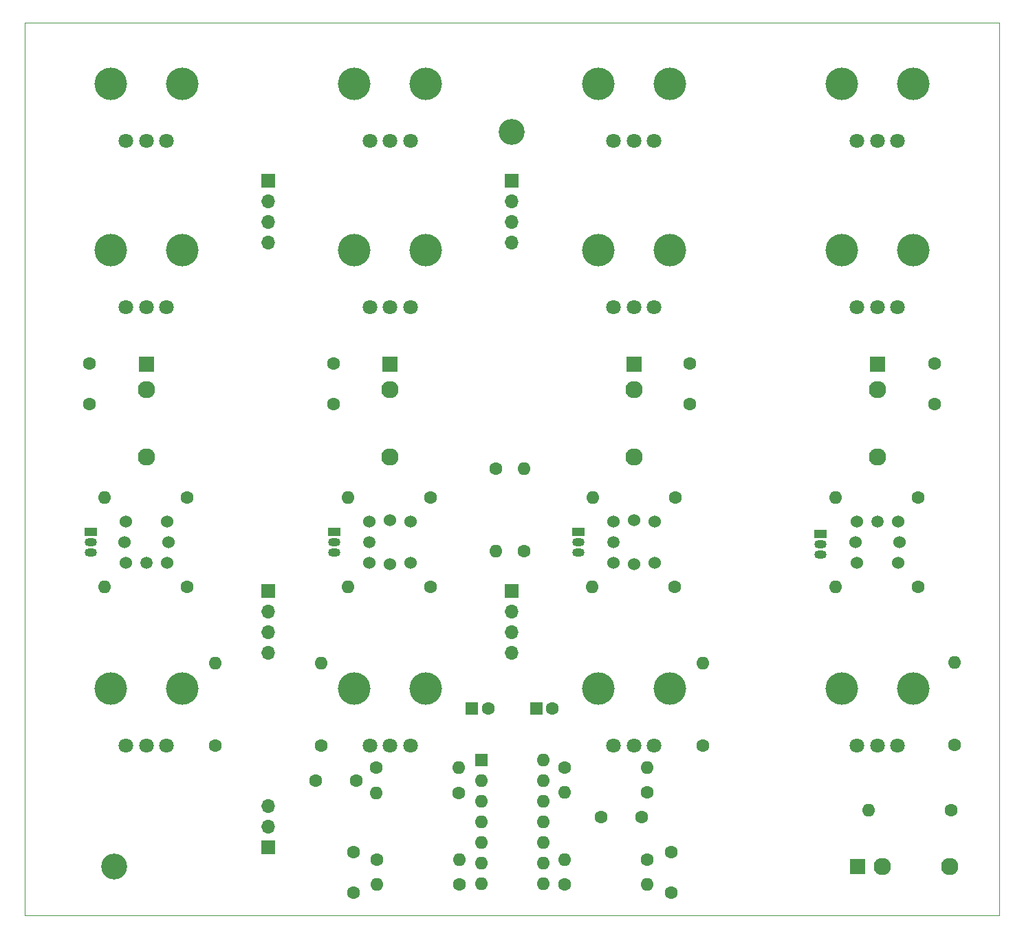
<source format=gts>
G04 #@! TF.GenerationSoftware,KiCad,Pcbnew,(6.0.6)*
G04 #@! TF.CreationDate,2022-10-26T08:52:02+02:00*
G04 #@! TF.ProjectId,Drumbox,4472756d-626f-4782-9e6b-696361645f70,rev?*
G04 #@! TF.SameCoordinates,Original*
G04 #@! TF.FileFunction,Soldermask,Top*
G04 #@! TF.FilePolarity,Negative*
%FSLAX46Y46*%
G04 Gerber Fmt 4.6, Leading zero omitted, Abs format (unit mm)*
G04 Created by KiCad (PCBNEW (6.0.6)) date 2022-10-26 08:52:02*
%MOMM*%
%LPD*%
G01*
G04 APERTURE LIST*
G04 #@! TA.AperFunction,Profile*
%ADD10C,0.050000*%
G04 #@! TD*
%ADD11C,4.000000*%
%ADD12C,1.800000*%
%ADD13C,1.500000*%
%ADD14C,1.524000*%
%ADD15C,1.600000*%
%ADD16O,1.600000X1.600000*%
%ADD17C,3.200000*%
%ADD18R,1.600000X1.600000*%
%ADD19R,1.830000X1.930000*%
%ADD20C,2.130000*%
%ADD21R,1.500000X1.050000*%
%ADD22O,1.500000X1.050000*%
%ADD23R,1.930000X1.830000*%
%ADD24R,1.700000X1.700000*%
%ADD25O,1.700000X1.700000*%
G04 APERTURE END LIST*
D10*
X73500000Y-31000000D02*
X193500000Y-31000000D01*
X193500000Y-31000000D02*
X193500001Y-141000000D01*
X73500000Y-31000000D02*
X73500000Y-141000000D01*
X73500000Y-141000000D02*
X193500001Y-141000000D01*
D11*
X84100000Y-38550000D03*
X92900000Y-38550000D03*
D12*
X91000000Y-45550000D03*
X88500000Y-45550000D03*
X86000000Y-45550000D03*
D13*
X145960000Y-95000000D03*
D14*
X145960000Y-97540000D03*
X145960000Y-92460000D03*
X151040000Y-97540000D03*
X151040000Y-92460000D03*
X148500000Y-97700000D03*
X148500000Y-92300000D03*
D15*
X140000000Y-122750000D03*
D16*
X150160000Y-122750000D03*
D15*
X110000000Y-120080000D03*
D16*
X110000000Y-109920000D03*
D15*
X187580000Y-128000000D03*
D16*
X177420000Y-128000000D03*
D11*
X92900000Y-59050000D03*
X84100000Y-59050000D03*
D12*
X91000000Y-66050000D03*
X88500000Y-66050000D03*
X86000000Y-66050000D03*
D17*
X84500000Y-135000000D03*
D15*
X93500000Y-89500000D03*
D16*
X83340000Y-89500000D03*
D15*
X123500000Y-100500000D03*
D16*
X113340000Y-100500000D03*
D15*
X153100000Y-138200000D03*
X153100000Y-133200000D03*
X144500000Y-128900000D03*
X149500000Y-128900000D03*
X153500000Y-100500000D03*
D16*
X143340000Y-100500000D03*
D15*
X116820000Y-122800000D03*
D16*
X126980000Y-122800000D03*
D18*
X136500000Y-115500000D03*
D15*
X138500000Y-115500000D03*
X116840000Y-134130000D03*
D16*
X127000000Y-134130000D03*
D19*
X176020000Y-135000000D03*
D20*
X187420000Y-135000000D03*
X179120000Y-135000000D03*
D11*
X144100000Y-113050000D03*
X152900000Y-113050000D03*
D12*
X151000000Y-120050000D03*
X148500000Y-120050000D03*
X146000000Y-120050000D03*
D21*
X141640000Y-93730000D03*
D22*
X141640000Y-95000000D03*
X141640000Y-96270000D03*
D11*
X144100000Y-38550000D03*
X152900000Y-38550000D03*
D12*
X151000000Y-45550000D03*
X148500000Y-45550000D03*
X146000000Y-45550000D03*
D21*
X81640000Y-93730000D03*
D22*
X81640000Y-95000000D03*
X81640000Y-96270000D03*
D11*
X152900000Y-59050000D03*
X144100000Y-59050000D03*
D12*
X151000000Y-66050000D03*
X148500000Y-66050000D03*
X146000000Y-66050000D03*
D11*
X122900000Y-38550000D03*
X114100000Y-38550000D03*
D12*
X121000000Y-45550000D03*
X118500000Y-45550000D03*
X116000000Y-45550000D03*
D23*
X118500000Y-73100000D03*
D20*
X118500000Y-84500000D03*
X118500000Y-76200000D03*
D18*
X129700000Y-121875000D03*
D16*
X129700000Y-124415000D03*
X129700000Y-126955000D03*
X129700000Y-129495000D03*
X129700000Y-132035000D03*
X129700000Y-134575000D03*
X129700000Y-137115000D03*
X137320000Y-137115000D03*
X137320000Y-134575000D03*
X137320000Y-132035000D03*
X137320000Y-129495000D03*
X137320000Y-126955000D03*
X137320000Y-124415000D03*
X137320000Y-121875000D03*
D15*
X123500000Y-89500000D03*
D16*
X113340000Y-89500000D03*
D15*
X126980000Y-125900000D03*
D16*
X116820000Y-125900000D03*
D18*
X128544887Y-115500000D03*
D15*
X130544887Y-115500000D03*
X114000000Y-138200000D03*
X114000000Y-133200000D03*
X81500000Y-73000000D03*
X81500000Y-78000000D03*
D13*
X178500000Y-92460000D03*
D14*
X175960000Y-92460000D03*
X181040000Y-92460000D03*
X175960000Y-97540000D03*
X181040000Y-97540000D03*
X175800000Y-95000000D03*
X181200000Y-95000000D03*
D15*
X150180000Y-134100000D03*
D16*
X140020000Y-134100000D03*
D15*
X185500000Y-73000000D03*
X185500000Y-78000000D03*
X111500000Y-73000000D03*
X111500000Y-78000000D03*
X114300000Y-124400000D03*
X109300000Y-124400000D03*
D13*
X115960000Y-95000000D03*
D14*
X115960000Y-97540000D03*
X115960000Y-92460000D03*
X121040000Y-97540000D03*
X121040000Y-92460000D03*
X118500000Y-97700000D03*
X118500000Y-92300000D03*
D11*
X182900000Y-59050000D03*
X174100000Y-59050000D03*
D12*
X181000000Y-66050000D03*
X178500000Y-66050000D03*
X176000000Y-66050000D03*
D15*
X93500000Y-100500000D03*
D16*
X83340000Y-100500000D03*
D15*
X188000000Y-120000000D03*
D16*
X188000000Y-109840000D03*
D23*
X148500000Y-73100000D03*
D20*
X148500000Y-84500000D03*
X148500000Y-76200000D03*
D11*
X122900000Y-113050000D03*
X114100000Y-113050000D03*
D12*
X121000000Y-120050000D03*
X118500000Y-120050000D03*
X116000000Y-120050000D03*
D15*
X140020000Y-137200000D03*
D16*
X150180000Y-137200000D03*
D23*
X178500000Y-73100000D03*
D20*
X178500000Y-84500000D03*
X178500000Y-76200000D03*
D15*
X135000000Y-96080000D03*
D16*
X135000000Y-85920000D03*
D13*
X88500000Y-97540000D03*
D14*
X91040000Y-97540000D03*
X85960000Y-97540000D03*
X91040000Y-92460000D03*
X85960000Y-92460000D03*
X91200000Y-95000000D03*
X85800000Y-95000000D03*
D15*
X127000000Y-137200000D03*
D16*
X116840000Y-137200000D03*
D21*
X111640000Y-93730000D03*
D22*
X111640000Y-95000000D03*
X111640000Y-96270000D03*
D15*
X131500000Y-85920000D03*
D16*
X131500000Y-96080000D03*
D15*
X150160000Y-125800000D03*
D16*
X140000000Y-125800000D03*
D11*
X122900000Y-59050000D03*
X114100000Y-59050000D03*
D12*
X121000000Y-66050000D03*
X118500000Y-66050000D03*
X116000000Y-66050000D03*
D15*
X183500000Y-100500000D03*
D16*
X173340000Y-100500000D03*
D15*
X155420000Y-73000000D03*
X155420000Y-78000000D03*
X183500000Y-89500000D03*
D16*
X173340000Y-89500000D03*
D15*
X157000000Y-120080000D03*
D16*
X157000000Y-109920000D03*
D21*
X171500000Y-94000000D03*
D22*
X171500000Y-95270000D03*
X171500000Y-96540000D03*
D11*
X182900000Y-38550000D03*
X174100000Y-38550000D03*
D12*
X181000000Y-45550000D03*
X178500000Y-45550000D03*
X176000000Y-45550000D03*
D11*
X92900000Y-113050000D03*
X84100000Y-113050000D03*
D12*
X91000000Y-120050000D03*
X88500000Y-120050000D03*
X86000000Y-120050000D03*
D11*
X174100000Y-113050000D03*
X182900000Y-113050000D03*
D12*
X181000000Y-120050000D03*
X178500000Y-120050000D03*
X176000000Y-120050000D03*
D17*
X133500000Y-44500000D03*
D15*
X153580000Y-89500000D03*
D16*
X143420000Y-89500000D03*
D23*
X88500000Y-73100000D03*
D20*
X88500000Y-84500000D03*
X88500000Y-76200000D03*
D15*
X97000000Y-120080000D03*
D16*
X97000000Y-109920000D03*
D24*
X133500000Y-101000000D03*
D25*
X133500000Y-103540000D03*
X133500000Y-106080000D03*
X133500000Y-108620000D03*
D24*
X103500000Y-101000000D03*
D25*
X103500000Y-103540000D03*
X103500000Y-106080000D03*
X103500000Y-108620000D03*
D24*
X133500000Y-50500000D03*
D25*
X133500000Y-53040000D03*
X133500000Y-55580000D03*
X133500000Y-58120000D03*
D24*
X103500000Y-50500000D03*
D25*
X103500000Y-53040000D03*
X103500000Y-55580000D03*
X103500000Y-58120000D03*
D24*
X103500000Y-132580000D03*
D25*
X103500000Y-130040000D03*
X103500000Y-127500000D03*
M02*

</source>
